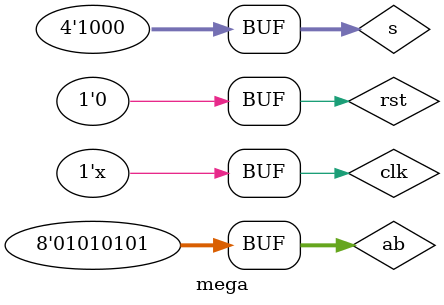
<source format=sv>
module mega();
	logic [7:0] ab;
	logic [3:0] s;
	logic rst, clk;
	logic [3:0] resultado;
	
	ruta_critica #(4) DUT(ab, s, clk, rst, resultado);
	
	always begin
		clk = ~clk; #5;
	end
	
	initial begin
		rst = 1; #10; rst = 0;
		clk = 0;
		
		//Valor inicial
		ab = 8'b01010101;
//		b = 4'b0011;
		s = 4'b1000;// suma
		#10;
		
	end
	
endmodule
</source>
